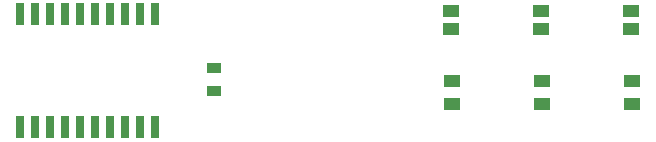
<source format=gbr>
%TF.GenerationSoftware,Altium Limited,Altium Designer,22.4.2 (48)*%
G04 Layer_Color=8421504*
%FSLAX26Y26*%
%MOIN*%
%TF.SameCoordinates,DC04713F-A1B7-43D7-85F6-64DFF616D11F*%
%TF.FilePolarity,Positive*%
%TF.FileFunction,Paste,Top*%
%TF.Part,Single*%
G01*
G75*
%TA.AperFunction,SMDPad,CuDef*%
%ADD10R,0.051181X0.035433*%
%ADD11R,0.027559X0.074803*%
%ADD12R,0.057087X0.039370*%
%ADD13R,0.057874X0.040157*%
D10*
X2066000Y3752598D02*
D03*
Y3827402D02*
D03*
D11*
X1870000Y4007976D02*
D03*
X1820000D02*
D03*
X1770000D02*
D03*
X1720000D02*
D03*
X1670000D02*
D03*
X1620000D02*
D03*
X1570000D02*
D03*
X1520000D02*
D03*
X1470000D02*
D03*
X1420000D02*
D03*
Y3630024D02*
D03*
X1470000D02*
D03*
X1520000D02*
D03*
X1570000D02*
D03*
X1620000D02*
D03*
X1670000D02*
D03*
X1720000D02*
D03*
X1770000D02*
D03*
X1820000D02*
D03*
X1870000D02*
D03*
D12*
X3460000Y3708598D02*
D03*
Y3783402D02*
D03*
X3160000Y3708598D02*
D03*
Y3783402D02*
D03*
X2860000Y3708598D02*
D03*
Y3783402D02*
D03*
D13*
X3457000Y3956504D02*
D03*
Y4019496D02*
D03*
X3157000Y3956504D02*
D03*
Y4019496D02*
D03*
X2857000Y3956504D02*
D03*
Y4019496D02*
D03*
%TF.MD5,3e4b2d7c87ca6da6060ada18865e518c*%
M02*

</source>
